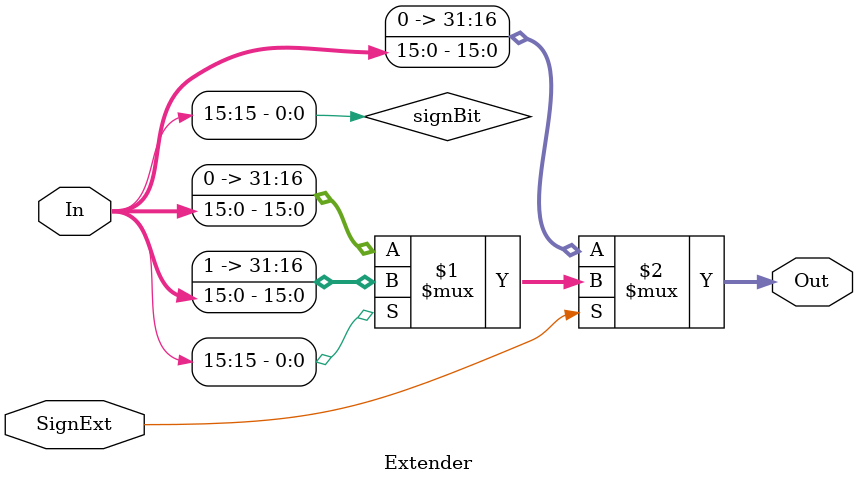
<source format=v>
`timescale 1ns / 1ps

/*
 Universidade Estadual de Feira de Santana
 TEC499 - MI - Sistemas Digitais

 Module: Extender.v
 Desc: Extends the sign of 16-bit value
 Inputs:
    SignExt: Sign Extension signal
    In: 16-bit Value

Output:
    Out: 32-bit Extended value  

*/

module Extender (
        input SignExt,
        input [15:0] In,
        output [31:0] Out
    );

    wire signBit = In[15];

    assign Out = (SignExt) ? ((signBit) ? { 16'hFFFF, In } : { 16'b0 , In} ) : { 16'b0, In }; 
endmodule
</source>
